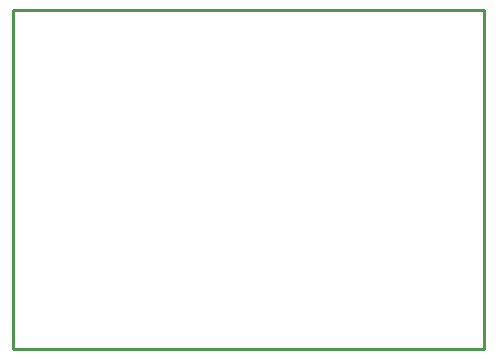
<source format=gko>
G04 Layer: BoardOutlineLayer*
G04 EasyEDA v6.5.40, 2024-08-11 13:34:47*
G04 cb6e2e9fbd21486d88ae5690d2d3dc00,10*
G04 Gerber Generator version 0.2*
G04 Scale: 100 percent, Rotated: No, Reflected: No *
G04 Dimensions in millimeters *
G04 leading zeros omitted , absolute positions ,4 integer and 5 decimal *
%FSLAX45Y45*%
%MOMM*%

%ADD10C,0.2540*%
D10*
X0Y0D02*
G01*
X0Y508000D01*
X3987800Y508000D01*
X3987800Y-2362200D01*
X0Y-2362200D01*
X0Y0D01*

%LPD*%
M02*

</source>
